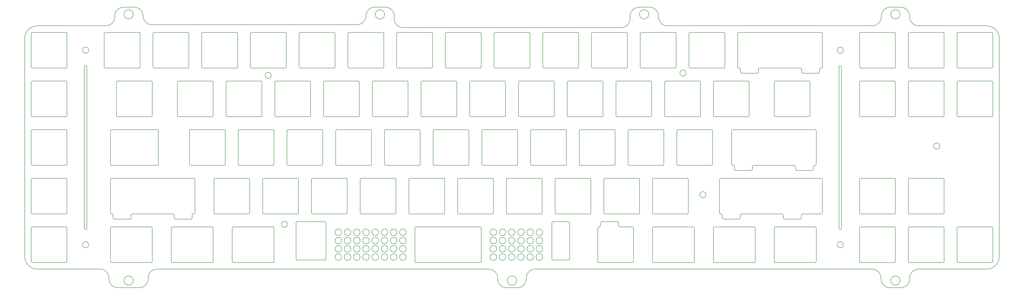
<source format=gbr>
%TF.GenerationSoftware,KiCad,Pcbnew,7.0.5*%
%TF.CreationDate,2023-07-12T22:11:34+02:00*%
%TF.ProjectId,Foundation_ANSI,466f756e-6461-4746-996f-6e5f414e5349,rev?*%
%TF.SameCoordinates,Original*%
%TF.FileFunction,Profile,NP*%
%FSLAX46Y46*%
G04 Gerber Fmt 4.6, Leading zero omitted, Abs format (unit mm)*
G04 Created by KiCad (PCBNEW 7.0.5) date 2023-07-12 22:11:34*
%MOMM*%
%LPD*%
G01*
G04 APERTURE LIST*
%TA.AperFunction,Profile*%
%ADD10C,0.200000*%
%TD*%
%ADD11C,0.200000*%
G04 APERTURE END LIST*
D10*
X107612945Y126340000D02*
G75*
G03*
X107612945Y126340000I-1800000J0D01*
G01*
X9381385Y22040000D02*
G75*
G03*
X9381385Y22040000I-1800000J0D01*
G01*
X159255000Y22040000D02*
G75*
G03*
X159255000Y22040000I-1800000J0D01*
G01*
X9381385Y126340000D02*
G75*
G03*
X9381385Y126340000I-1800000J0D01*
G01*
X-8032500Y36090001D02*
G75*
G03*
X-8032500Y36090001I-1200000J0D01*
G01*
X-8032500Y112290000D02*
G75*
G03*
X-8032500Y112290000I-1200000J0D01*
G01*
X286967500Y36090001D02*
G75*
G03*
X286967500Y36090001I-1200000J0D01*
G01*
X286967500Y112290000D02*
G75*
G03*
X286967500Y112290000I-1200000J0D01*
G01*
X324678930Y74733390D02*
G75*
G03*
X324678930Y74733390I-1200000J0D01*
G01*
X151442804Y31277357D02*
G75*
G03*
X151442804Y31277357I-1287763J0D01*
G01*
X165847778Y31277357D02*
G75*
G03*
X165847778Y31277357I-1287762J0D01*
G01*
X162244039Y34501755D02*
G75*
G03*
X162244039Y34501755I-1287763J0D01*
G01*
X151442804Y37726153D02*
G75*
G03*
X151442804Y37726153I-1287763J0D01*
G01*
X165847778Y37726153D02*
G75*
G03*
X165847778Y37726153I-1287762J0D01*
G01*
X162244039Y40960534D02*
G75*
G03*
X162244039Y40960534I-1287763J0D01*
G01*
X90858056Y31277357D02*
G75*
G03*
X90858056Y31277357I-1287763J0D01*
G01*
X105273013Y31277357D02*
G75*
G03*
X105273013Y31277357I-1287763J0D01*
G01*
X116084231Y34501755D02*
G75*
G03*
X116084231Y34501755I-1287763J0D01*
G01*
X101669274Y34501755D02*
G75*
G03*
X101669274Y34501755I-1287763J0D01*
G01*
X90858056Y37726153D02*
G75*
G03*
X90858056Y37726153I-1287763J0D01*
G01*
X105273013Y37726153D02*
G75*
G03*
X105273013Y37726153I-1287763J0D01*
G01*
X116084231Y40960534D02*
G75*
G03*
X116084231Y40960534I-1287763J0D01*
G01*
X101669274Y40960534D02*
G75*
G03*
X101669274Y40960534I-1287763J0D01*
G01*
X90858056Y40960534D02*
G75*
G03*
X90858056Y40960534I-1287763J0D01*
G01*
X105273013Y40960534D02*
G75*
G03*
X105273013Y40960534I-1287763J0D01*
G01*
X116084231Y37726153D02*
G75*
G03*
X116084231Y37726153I-1287763J0D01*
G01*
X101669274Y37726153D02*
G75*
G03*
X101669274Y37726153I-1287763J0D01*
G01*
X90858056Y34501755D02*
G75*
G03*
X90858056Y34501755I-1287763J0D01*
G01*
X105273013Y34501755D02*
G75*
G03*
X105273013Y34501755I-1287763J0D01*
G01*
X116084231Y31277357D02*
G75*
G03*
X116084231Y31277357I-1287763J0D01*
G01*
X101669274Y31277357D02*
G75*
G03*
X101669274Y31277357I-1287763J0D01*
G01*
X151442804Y40960534D02*
G75*
G03*
X151442804Y40960534I-1287763J0D01*
G01*
X165847778Y40960534D02*
G75*
G03*
X165847778Y40960534I-1287762J0D01*
G01*
X162244039Y37726153D02*
G75*
G03*
X162244039Y37726153I-1287763J0D01*
G01*
X151442804Y34501755D02*
G75*
G03*
X151442804Y34501755I-1287763J0D01*
G01*
X165847778Y34501755D02*
G75*
G03*
X165847778Y34501755I-1287762J0D01*
G01*
X162244039Y31277357D02*
G75*
G03*
X162244039Y31277357I-1287763J0D01*
G01*
X155046543Y31277357D02*
G75*
G03*
X155046543Y31277357I-1287763J0D01*
G01*
X169451518Y31277357D02*
G75*
G03*
X169451518Y31277357I-1287763J0D01*
G01*
X158640300Y34501755D02*
G75*
G03*
X158640300Y34501755I-1287763J0D01*
G01*
X155046543Y37726153D02*
G75*
G03*
X155046543Y37726153I-1287763J0D01*
G01*
X169451518Y37726153D02*
G75*
G03*
X169451518Y37726153I-1287763J0D01*
G01*
X158640300Y40960534D02*
G75*
G03*
X158640300Y40960534I-1287763J0D01*
G01*
X94461795Y31277357D02*
G75*
G03*
X94461795Y31277357I-1287763J0D01*
G01*
X108876752Y31277357D02*
G75*
G03*
X108876752Y31277357I-1287762J0D01*
G01*
X112480492Y34501755D02*
G75*
G03*
X112480492Y34501755I-1287763J0D01*
G01*
X98065535Y34501755D02*
G75*
G03*
X98065535Y34501755I-1287763J0D01*
G01*
X94461795Y37726153D02*
G75*
G03*
X94461795Y37726153I-1287763J0D01*
G01*
X108876752Y37726153D02*
G75*
G03*
X108876752Y37726153I-1287762J0D01*
G01*
X112480492Y40960534D02*
G75*
G03*
X112480492Y40960534I-1287763J0D01*
G01*
X98065535Y40960534D02*
G75*
G03*
X98065535Y40960534I-1287763J0D01*
G01*
X94461795Y40960534D02*
G75*
G03*
X94461795Y40960534I-1287763J0D01*
G01*
X108876752Y40960534D02*
G75*
G03*
X108876752Y40960534I-1287762J0D01*
G01*
X112480492Y37726153D02*
G75*
G03*
X112480492Y37726153I-1287763J0D01*
G01*
X98065535Y37726153D02*
G75*
G03*
X98065535Y37726153I-1287763J0D01*
G01*
X94461795Y34501755D02*
G75*
G03*
X94461795Y34501755I-1287763J0D01*
G01*
X108876752Y34501755D02*
G75*
G03*
X108876752Y34501755I-1287762J0D01*
G01*
X112480492Y31277357D02*
G75*
G03*
X112480492Y31277357I-1287763J0D01*
G01*
X98065535Y31277357D02*
G75*
G03*
X98065535Y31277357I-1287763J0D01*
G01*
X155046543Y40960534D02*
G75*
G03*
X155046543Y40960534I-1287763J0D01*
G01*
X169451518Y40960534D02*
G75*
G03*
X169451518Y40960534I-1287763J0D01*
G01*
X158640300Y37726153D02*
G75*
G03*
X158640300Y37726153I-1287763J0D01*
G01*
X155046543Y34501755D02*
G75*
G03*
X155046543Y34501755I-1287763J0D01*
G01*
X169451518Y34501755D02*
G75*
G03*
X169451518Y34501755I-1287763J0D01*
G01*
X158640300Y31277357D02*
G75*
G03*
X158640300Y31277357I-1287763J0D01*
G01*
X225490473Y103321496D02*
G75*
G03*
X225490473Y103321496I-1200000J0D01*
G01*
X233278040Y55666302D02*
G75*
G03*
X233278040Y55666302I-1200000J0D01*
G01*
X69694800Y44098919D02*
G75*
G03*
X69694800Y44098919I-1200000J0D01*
G01*
X63332775Y102413213D02*
G75*
G03*
X63332775Y102413213I-1200000J0D01*
G01*
X210897055Y126340000D02*
G75*
G03*
X210897055Y126340000I-1800000J0D01*
G01*
X309128615Y22040000D02*
G75*
G03*
X309128615Y22040000I-1800000J0D01*
G01*
X309128615Y126340000D02*
G75*
G03*
X309128615Y126340000I-1800000J0D01*
G01*
X-30520000Y29590000D02*
X-30520000Y42590000D01*
D11*
X-30520000Y42590000D02*
X-30470694Y42806770D01*
X-30338046Y42975824D01*
X-30144957Y43074258D01*
X-30020000Y43090000D01*
D10*
X-30020000Y43090000D02*
X-17020000Y43090000D01*
D11*
X-17020000Y43090000D02*
X-16803229Y43040694D01*
X-16634175Y42908046D01*
X-16535741Y42714957D01*
X-16520000Y42590000D01*
D10*
X-16520000Y42590000D02*
X-16520000Y29590000D01*
D11*
X-16520000Y29590000D02*
X-16569305Y29373229D01*
X-16701953Y29204175D01*
X-16895042Y29105741D01*
X-17020000Y29090000D01*
D10*
X-17020000Y29090000D02*
X-30020000Y29090000D01*
D11*
X-30020000Y29090000D02*
X-30236770Y29139305D01*
X-30405824Y29271953D01*
X-30504258Y29465042D01*
X-30520000Y29590000D01*
D10*
X-30520000Y86740000D02*
X-30520000Y99740000D01*
D11*
X-30520000Y99740000D02*
X-30470694Y99956770D01*
X-30338046Y100125824D01*
X-30144957Y100224258D01*
X-30020000Y100240000D01*
D10*
X-30020000Y100240000D02*
X-17020000Y100240000D01*
D11*
X-17020000Y100240000D02*
X-16803229Y100190694D01*
X-16634175Y100058046D01*
X-16535741Y99864957D01*
X-16520000Y99740000D01*
D10*
X-16520000Y99740000D02*
X-16520000Y86740000D01*
D11*
X-16520000Y86740000D02*
X-16569305Y86523229D01*
X-16701953Y86354175D01*
X-16895042Y86255741D01*
X-17020000Y86240000D01*
D10*
X-17020000Y86240000D02*
X-30020000Y86240000D01*
D11*
X-30020000Y86240000D02*
X-30236770Y86289305D01*
X-30405824Y86421953D01*
X-30504258Y86615042D01*
X-30520000Y86740000D01*
D10*
X-30520000Y67690000D02*
X-30520000Y80690000D01*
D11*
X-30520000Y80690000D02*
X-30470694Y80906770D01*
X-30338046Y81075824D01*
X-30144957Y81174258D01*
X-30020000Y81190000D01*
D10*
X-30020000Y81190000D02*
X-17020000Y81190000D01*
D11*
X-17020000Y81190000D02*
X-16803229Y81140694D01*
X-16634175Y81008046D01*
X-16535741Y80814957D01*
X-16520000Y80690000D01*
D10*
X-16520000Y80690000D02*
X-16520000Y67690000D01*
D11*
X-16520000Y67690000D02*
X-16569305Y67473229D01*
X-16701953Y67304175D01*
X-16895042Y67205741D01*
X-17020000Y67190000D01*
D10*
X-17020000Y67190000D02*
X-30020000Y67190000D01*
D11*
X-30020000Y67190000D02*
X-30236770Y67239305D01*
X-30405824Y67371953D01*
X-30504258Y67565042D01*
X-30520000Y67690000D01*
D10*
X-30520000Y48640000D02*
X-30520000Y61640000D01*
D11*
X-30520000Y61640000D02*
X-30470694Y61856770D01*
X-30338046Y62025824D01*
X-30144957Y62124258D01*
X-30020000Y62140000D01*
D10*
X-30020000Y62140000D02*
X-17020000Y62140000D01*
D11*
X-17020000Y62140000D02*
X-16803229Y62090694D01*
X-16634175Y61958046D01*
X-16535741Y61764957D01*
X-16520000Y61640000D01*
D10*
X-16520000Y61640000D02*
X-16520000Y48640000D01*
D11*
X-16520000Y48640000D02*
X-16569305Y48423229D01*
X-16701953Y48254175D01*
X-16895042Y48155741D01*
X-17020000Y48140000D01*
D10*
X-17020000Y48140000D02*
X-30020000Y48140000D01*
D11*
X-30020000Y48140000D02*
X-30236770Y48189305D01*
X-30405824Y48321953D01*
X-30504258Y48515042D01*
X-30520000Y48640000D01*
D10*
X-30520000Y105790000D02*
X-30520000Y118790000D01*
D11*
X-30520000Y118790000D02*
X-30470694Y119006770D01*
X-30338046Y119175824D01*
X-30144957Y119274258D01*
X-30020000Y119290000D01*
D10*
X-30020000Y119290000D02*
X-17020000Y119290000D01*
D11*
X-17020000Y119290000D02*
X-16803229Y119240694D01*
X-16634175Y119108046D01*
X-16535741Y118914957D01*
X-16520000Y118790000D01*
D10*
X-16520000Y118790000D02*
X-16520000Y105790000D01*
D11*
X-16520000Y105790000D02*
X-16569305Y105573229D01*
X-16701953Y105404175D01*
X-16895042Y105305741D01*
X-17020000Y105290000D01*
D10*
X-17020000Y105290000D02*
X-30020000Y105290000D01*
D11*
X-30020000Y105290000D02*
X-30236770Y105339305D01*
X-30405824Y105471953D01*
X-30504258Y105665042D01*
X-30520000Y105790000D01*
X68705000Y119290000D02*
X68921770Y119240694D01*
X69090824Y119108046D01*
X69189258Y118914957D01*
X69205000Y118790000D01*
D10*
X69205000Y118790000D02*
X69205000Y105790000D01*
D11*
X69205000Y105790000D02*
X69155694Y105573229D01*
X69023046Y105404175D01*
X68829957Y105305741D01*
X68705000Y105290000D01*
D10*
X68705000Y105290000D02*
X55705000Y105290000D01*
D11*
X55705000Y105290000D02*
X55488229Y105339305D01*
X55319175Y105471953D01*
X55220741Y105665042D01*
X55205000Y105790000D01*
D10*
X55205000Y105790000D02*
X55205000Y118790000D01*
D11*
X55205000Y118790000D02*
X55254305Y119006770D01*
X55386953Y119175824D01*
X55580042Y119274258D01*
X55705000Y119290000D01*
D10*
X55705000Y119290000D02*
X68705000Y119290000D01*
D11*
X59180000Y100240000D02*
X59396770Y100190694D01*
X59565824Y100058046D01*
X59664258Y99864957D01*
X59680000Y99740000D01*
D10*
X59680000Y99740000D02*
X59680000Y86740000D01*
D11*
X59680000Y86740000D02*
X59630694Y86523229D01*
X59498046Y86354175D01*
X59304957Y86255741D01*
X59180000Y86240000D01*
D10*
X59180000Y86240000D02*
X46180000Y86240000D01*
D11*
X46180000Y86240000D02*
X45963229Y86289305D01*
X45794175Y86421953D01*
X45695741Y86615042D01*
X45680000Y86740000D01*
D10*
X45680000Y86740000D02*
X45680000Y99740000D01*
D11*
X45680000Y99740000D02*
X45729305Y99956770D01*
X45861953Y100125824D01*
X46055042Y100224258D01*
X46180000Y100240000D01*
D10*
X46180000Y100240000D02*
X59180000Y100240000D01*
D11*
X63942500Y81190000D02*
X64159270Y81140694D01*
X64328324Y81008046D01*
X64426758Y80814957D01*
X64442500Y80690000D01*
D10*
X64442500Y80690000D02*
X64442500Y67690000D01*
D11*
X64442500Y67690000D02*
X64393194Y67473229D01*
X64260546Y67304175D01*
X64067457Y67205741D01*
X63942500Y67190000D01*
D10*
X63942500Y67190000D02*
X50942500Y67190000D01*
D11*
X50942500Y67190000D02*
X50725729Y67239305D01*
X50556675Y67371953D01*
X50458241Y67565042D01*
X50442500Y67690000D01*
D10*
X50442500Y67690000D02*
X50442500Y80690000D01*
D11*
X50442500Y80690000D02*
X50491805Y80906770D01*
X50624453Y81075824D01*
X50817542Y81174258D01*
X50942500Y81190000D01*
D10*
X50942500Y81190000D02*
X63942500Y81190000D01*
D11*
X63942500Y43090000D02*
X64159270Y43040694D01*
X64328324Y42908046D01*
X64426758Y42714957D01*
X64442500Y42590000D01*
D10*
X64442500Y42590000D02*
X64442500Y29590000D01*
D11*
X64442500Y29590000D02*
X64393194Y29373229D01*
X64260546Y29204175D01*
X64067457Y29105741D01*
X63942500Y29090000D01*
D10*
X63942500Y29090000D02*
X48561250Y29090000D01*
D11*
X48561250Y29090000D02*
X48344479Y29139305D01*
X48175425Y29271953D01*
X48076991Y29465042D01*
X48061250Y29590000D01*
D10*
X48061250Y29590000D02*
X48061250Y42590000D01*
D11*
X48061250Y42590000D02*
X48110555Y42806770D01*
X48243203Y42975824D01*
X48436292Y43074258D01*
X48561250Y43090000D01*
D10*
X48561250Y43090000D02*
X63942500Y43090000D01*
X436250Y29590000D02*
X436250Y42590000D01*
D11*
X436250Y42590000D02*
X485555Y42806770D01*
X618203Y42975824D01*
X811292Y43074258D01*
X936250Y43090000D01*
D10*
X936250Y43090000D02*
X16317500Y43090000D01*
D11*
X16317500Y43090000D02*
X16534270Y43040694D01*
X16703324Y42908046D01*
X16801758Y42714957D01*
X16817500Y42590000D01*
D10*
X16817500Y42590000D02*
X16817500Y29590000D01*
D11*
X16817500Y29590000D02*
X16768194Y29373229D01*
X16635546Y29204175D01*
X16442457Y29105741D01*
X16317500Y29090000D01*
D10*
X16317500Y29090000D02*
X936250Y29090000D01*
D11*
X936250Y29090000D02*
X719479Y29139305D01*
X550425Y29271953D01*
X451991Y29465042D01*
X436250Y29590000D01*
D10*
X24248750Y29590000D02*
X24248750Y42590000D01*
D11*
X24248750Y42590000D02*
X24298055Y42806770D01*
X24430703Y42975824D01*
X24623792Y43074258D01*
X24748750Y43090000D01*
D10*
X24748750Y43090000D02*
X40130000Y43090000D01*
D11*
X40130000Y43090000D02*
X40346770Y43040694D01*
X40515824Y42908046D01*
X40614258Y42714957D01*
X40630000Y42590000D01*
D10*
X40630000Y42590000D02*
X40630000Y29590000D01*
D11*
X40630000Y29590000D02*
X40580694Y29373229D01*
X40448046Y29204175D01*
X40254957Y29105741D01*
X40130000Y29090000D01*
D10*
X40130000Y29090000D02*
X24748750Y29090000D01*
D11*
X24748750Y29090000D02*
X24531979Y29139305D01*
X24362925Y29271953D01*
X24264491Y29465042D01*
X24248750Y29590000D01*
D10*
X26630000Y86740000D02*
X26630000Y99740000D01*
D11*
X26630000Y99740000D02*
X26679305Y99956770D01*
X26811953Y100125824D01*
X27005042Y100224258D01*
X27130000Y100240000D01*
D10*
X27130000Y100240000D02*
X40130000Y100240000D01*
D11*
X40130000Y100240000D02*
X40346770Y100190694D01*
X40515824Y100058046D01*
X40614258Y99864957D01*
X40630000Y99740000D01*
D10*
X40630000Y99740000D02*
X40630000Y86740000D01*
D11*
X40630000Y86740000D02*
X40580694Y86523229D01*
X40448046Y86354175D01*
X40254957Y86255741D01*
X40130000Y86240000D01*
D10*
X40130000Y86240000D02*
X27130000Y86240000D01*
D11*
X27130000Y86240000D02*
X26913229Y86289305D01*
X26744175Y86421953D01*
X26645741Y86615042D01*
X26630000Y86740000D01*
D10*
X2817500Y86740000D02*
X2817500Y99740000D01*
D11*
X2817500Y99740000D02*
X2866805Y99956770D01*
X2999453Y100125824D01*
X3192542Y100224258D01*
X3317500Y100240000D01*
D10*
X3317500Y100240000D02*
X16317500Y100240000D01*
D11*
X16317500Y100240000D02*
X16534270Y100190694D01*
X16703324Y100058046D01*
X16801758Y99864957D01*
X16817500Y99740000D01*
D10*
X16817500Y99740000D02*
X16817500Y86740000D01*
D11*
X16817500Y86740000D02*
X16768194Y86523229D01*
X16635546Y86354175D01*
X16442457Y86255741D01*
X16317500Y86240000D01*
D10*
X16317500Y86240000D02*
X3317500Y86240000D01*
D11*
X3317500Y86240000D02*
X3100729Y86289305D01*
X2931675Y86421953D01*
X2833241Y86615042D01*
X2817500Y86740000D01*
D10*
X436250Y67690000D02*
X436250Y80690000D01*
D11*
X436250Y80690000D02*
X485555Y80906770D01*
X618203Y81075824D01*
X811292Y81174258D01*
X936250Y81190000D01*
D10*
X936250Y81190000D02*
X18698750Y81190000D01*
D11*
X18698750Y81190000D02*
X18915520Y81140694D01*
X19084574Y81008046D01*
X19183008Y80814957D01*
X19198750Y80690000D01*
D10*
X19198750Y80690000D02*
X19198750Y67690000D01*
D11*
X19198750Y67690000D02*
X19149444Y67473229D01*
X19016796Y67304175D01*
X18823707Y67205741D01*
X18698750Y67190000D01*
D10*
X18698750Y67190000D02*
X936250Y67190000D01*
D11*
X936250Y67190000D02*
X719479Y67239305D01*
X550425Y67371953D01*
X451991Y67565042D01*
X436250Y67690000D01*
D10*
X31392500Y67690000D02*
X31392500Y80690000D01*
D11*
X31392500Y80690000D02*
X31441805Y80906770D01*
X31574453Y81075824D01*
X31767542Y81174258D01*
X31892500Y81190000D01*
D10*
X31892500Y81190000D02*
X44892500Y81190000D01*
D11*
X44892500Y81190000D02*
X45109270Y81140694D01*
X45278324Y81008046D01*
X45376758Y80814957D01*
X45392500Y80690000D01*
D10*
X45392500Y80690000D02*
X45392500Y67690000D01*
D11*
X45392500Y67690000D02*
X45343194Y67473229D01*
X45210546Y67304175D01*
X45017457Y67205741D01*
X44892500Y67190000D01*
D10*
X44892500Y67190000D02*
X31892500Y67190000D01*
D11*
X31892500Y67190000D02*
X31675729Y67239305D01*
X31506675Y67371953D01*
X31408241Y67565042D01*
X31392500Y67690000D01*
D10*
X40917500Y48640000D02*
X40917500Y61640000D01*
D11*
X40917500Y61640000D02*
X40966805Y61856770D01*
X41099453Y62025824D01*
X41292542Y62124258D01*
X41417500Y62140000D01*
D10*
X41417500Y62140000D02*
X54417500Y62140000D01*
D11*
X54417500Y62140000D02*
X54634270Y62090694D01*
X54803324Y61958046D01*
X54901758Y61764957D01*
X54917500Y61640000D01*
D10*
X54917500Y61640000D02*
X54917500Y48640000D01*
D11*
X54917500Y48640000D02*
X54868194Y48423229D01*
X54735546Y48254175D01*
X54542457Y48155741D01*
X54417500Y48140000D01*
D10*
X54417500Y48140000D02*
X41417500Y48140000D01*
D11*
X41417500Y48140000D02*
X41200729Y48189305D01*
X41031675Y48321953D01*
X40933241Y48515042D01*
X40917500Y48640000D01*
D10*
X17105000Y105790000D02*
X17105000Y118790000D01*
D11*
X17105000Y118790000D02*
X17154305Y119006770D01*
X17286953Y119175824D01*
X17480042Y119274258D01*
X17605000Y119290000D01*
D10*
X17605000Y119290000D02*
X30605000Y119290000D01*
D11*
X30605000Y119290000D02*
X30821770Y119240694D01*
X30990824Y119108046D01*
X31089258Y118914957D01*
X31105000Y118790000D01*
D10*
X31105000Y118790000D02*
X31105000Y105790000D01*
D11*
X31105000Y105790000D02*
X31055694Y105573229D01*
X30923046Y105404175D01*
X30729957Y105305741D01*
X30605000Y105290000D01*
D10*
X30605000Y105290000D02*
X17605000Y105290000D01*
D11*
X17605000Y105290000D02*
X17388229Y105339305D01*
X17219175Y105471953D01*
X17120741Y105665042D01*
X17105000Y105790000D01*
D10*
X36155000Y105790000D02*
X36155000Y118790000D01*
D11*
X36155000Y118790000D02*
X36204305Y119006770D01*
X36336953Y119175824D01*
X36530042Y119274258D01*
X36655000Y119290000D01*
D10*
X36655000Y119290000D02*
X49655000Y119290000D01*
D11*
X49655000Y119290000D02*
X49871770Y119240694D01*
X50040824Y119108046D01*
X50139258Y118914957D01*
X50155000Y118790000D01*
D10*
X50155000Y118790000D02*
X50155000Y105790000D01*
D11*
X50155000Y105790000D02*
X50105694Y105573229D01*
X49973046Y105404175D01*
X49779957Y105305741D01*
X49655000Y105290000D01*
D10*
X49655000Y105290000D02*
X36655000Y105290000D01*
D11*
X36655000Y105290000D02*
X36438229Y105339305D01*
X36269175Y105471953D01*
X36170741Y105665042D01*
X36155000Y105790000D01*
D10*
X-1945000Y105790000D02*
X-1945000Y118790000D01*
D11*
X-1945000Y118790000D02*
X-1895694Y119006770D01*
X-1763046Y119175824D01*
X-1569957Y119274258D01*
X-1445000Y119290000D01*
D10*
X-1445000Y119290000D02*
X11555000Y119290000D01*
D11*
X11555000Y119290000D02*
X11771770Y119240694D01*
X11940824Y119108046D01*
X12039258Y118914957D01*
X12055000Y118790000D01*
D10*
X12055000Y118790000D02*
X12055000Y105790000D01*
D11*
X12055000Y105790000D02*
X12005694Y105573229D01*
X11873046Y105404175D01*
X11679957Y105305741D01*
X11555000Y105290000D01*
D10*
X11555000Y105290000D02*
X-1445000Y105290000D01*
D11*
X-1445000Y105290000D02*
X-1661770Y105339305D01*
X-1830824Y105471953D01*
X-1929258Y105665042D01*
X-1945000Y105790000D01*
D10*
X33486503Y61640003D02*
G75*
G03*
X32986503Y62140003I-499998J2D01*
G01*
X33486503Y61640003D02*
X33486503Y48639997D01*
X32986503Y48139997D02*
G75*
G03*
X33486503Y48639997I2J499998D01*
G01*
X32986503Y48139997D02*
X32986261Y48139997D01*
D11*
X32399261Y47552996D02*
X32434880Y47754826D01*
X32551753Y47947682D01*
X32731772Y48082112D01*
X32926243Y48136966D01*
X32986261Y48139997D01*
D10*
X32399261Y47552996D02*
X32399261Y46640002D01*
D11*
X31899249Y46139989D02*
X32116024Y46189295D01*
X32285082Y46321947D01*
X32383519Y46515041D01*
X32399261Y46640002D01*
D10*
X31899249Y46139989D02*
X25899270Y46139989D01*
D11*
X25399258Y46640002D02*
X25448564Y46423225D01*
X25581215Y46254167D01*
X25774309Y46155730D01*
X25899270Y46139989D01*
D10*
X25399258Y46640002D02*
X25399258Y47552996D01*
D11*
X24812258Y48139997D02*
X25014088Y48104377D01*
X25206943Y47987504D01*
X25341373Y47807485D01*
X25396227Y47613013D01*
X25399258Y47552996D01*
D10*
X24812258Y48139997D02*
X9110264Y48139997D01*
D11*
X8523264Y47552996D02*
X8558883Y47754826D01*
X8675756Y47947682D01*
X8855775Y48082112D01*
X9050246Y48136966D01*
X9110264Y48139997D01*
D10*
X8523264Y47552996D02*
X8523264Y46640002D01*
D11*
X8023251Y46139989D02*
X8240027Y46189295D01*
X8409085Y46321947D01*
X8507522Y46515041D01*
X8523264Y46640002D01*
D10*
X8023251Y46139989D02*
X2023273Y46139989D01*
D11*
X1523260Y46640002D02*
X1572566Y46423225D01*
X1705218Y46254167D01*
X1898312Y46155730D01*
X2023273Y46139989D01*
D10*
X1523260Y46640002D02*
X1523260Y47552996D01*
D11*
X936260Y48139997D02*
X1138090Y48104377D01*
X1330945Y47987504D01*
X1465375Y47807485D01*
X1520229Y47613013D01*
X1523260Y47552996D01*
X436247Y48640009D02*
X485553Y48423233D01*
X618204Y48254175D01*
X811298Y48155738D01*
X936259Y48139997D01*
D10*
X436247Y48640009D02*
X436247Y61639991D01*
D11*
X936259Y62140003D02*
X719483Y62090696D01*
X550425Y61958045D01*
X451988Y61764951D01*
X436247Y61639991D01*
D10*
X936259Y62140003D02*
X32986503Y62140003D01*
X-9732500Y42590001D02*
G75*
G03*
X-8732500Y42590001I500000J0D01*
G01*
X-9732500Y42590001D02*
X-9732500Y105790000D01*
X-8732500Y105790000D02*
G75*
G03*
X-9732500Y105790000I-500000J0D01*
G01*
X-8732500Y105790000D02*
X-8732500Y42590001D01*
D11*
X240155000Y119290000D02*
X240371770Y119240694D01*
X240540824Y119108046D01*
X240639258Y118914957D01*
X240655000Y118790000D01*
D10*
X240655000Y118790000D02*
X240655000Y105790000D01*
D11*
X240655000Y105790000D02*
X240605694Y105573229D01*
X240473046Y105404175D01*
X240279957Y105305741D01*
X240155000Y105290000D01*
D10*
X240155000Y105290000D02*
X227155000Y105290000D01*
D11*
X227155000Y105290000D02*
X226938229Y105339305D01*
X226769175Y105471953D01*
X226670741Y105665042D01*
X226655000Y105790000D01*
D10*
X226655000Y105790000D02*
X226655000Y118790000D01*
D11*
X226655000Y118790000D02*
X226704305Y119006770D01*
X226836953Y119175824D01*
X227030042Y119274258D01*
X227155000Y119290000D01*
D10*
X227155000Y119290000D02*
X240155000Y119290000D01*
D11*
X249680000Y100240000D02*
X249896770Y100190694D01*
X250065824Y100058046D01*
X250164258Y99864957D01*
X250180000Y99740000D01*
D10*
X250180000Y99740000D02*
X250180000Y86740000D01*
D11*
X250180000Y86740000D02*
X250130694Y86523229D01*
X249998046Y86354175D01*
X249804957Y86255741D01*
X249680000Y86240000D01*
D10*
X249680000Y86240000D02*
X236680000Y86240000D01*
D11*
X236680000Y86240000D02*
X236463229Y86289305D01*
X236294175Y86421953D01*
X236195741Y86615042D01*
X236180000Y86740000D01*
D10*
X236180000Y86740000D02*
X236180000Y99740000D01*
D11*
X236180000Y99740000D02*
X236229305Y99956770D01*
X236361953Y100125824D01*
X236555042Y100224258D01*
X236680000Y100240000D01*
D10*
X236680000Y100240000D02*
X249680000Y100240000D01*
X286267500Y105790000D02*
G75*
G03*
X285267500Y105790000I-500000J0D01*
G01*
X286267500Y105790000D02*
X286267500Y42590001D01*
X285267500Y42590001D02*
G75*
G03*
X286267500Y42590001I500000J0D01*
G01*
X285267500Y42590001D02*
X285267500Y105790000D01*
X293330000Y48640000D02*
X293330000Y61640000D01*
D11*
X293830000Y62140000D02*
X293613229Y62090694D01*
X293444175Y61958046D01*
X293345741Y61764957D01*
X293330000Y61640000D01*
D10*
X293830000Y62140000D02*
X306830000Y62140000D01*
D11*
X307330000Y61640000D02*
X307280694Y61856770D01*
X307148046Y62025824D01*
X306954957Y62124258D01*
X306830000Y62140000D01*
D10*
X307330000Y61640000D02*
X307330000Y48640000D01*
D11*
X306830000Y48140000D02*
X307046770Y48189305D01*
X307215824Y48321953D01*
X307314258Y48515042D01*
X307330000Y48640000D01*
D10*
X306830000Y48140000D02*
X293830000Y48140000D01*
D11*
X293330000Y48640000D02*
X293379305Y48423229D01*
X293511953Y48254175D01*
X293705042Y48155741D01*
X293830000Y48140000D01*
D10*
X243323514Y67689997D02*
G75*
G03*
X243823496Y67189997I499997J-3D01*
G01*
X243323496Y67689997D02*
X243323496Y80690003D01*
X243823496Y81190009D02*
G75*
G03*
X243323496Y80690003I15J-500015D01*
G01*
X243823496Y81190003D02*
X275873753Y81190003D01*
X276373720Y80690003D02*
G75*
G03*
X275873753Y81190003I-500009J-9D01*
G01*
X276373753Y80690003D02*
X276373753Y67690009D01*
D11*
X275873741Y67189997D02*
X276090516Y67239303D01*
X276259574Y67371954D01*
X276358011Y67565048D01*
X276373753Y67690009D01*
X275286739Y66602997D02*
X275322358Y66804827D01*
X275439231Y66997682D01*
X275619250Y67132112D01*
X275813721Y67186966D01*
X275873739Y67189997D01*
D10*
X275286739Y66602997D02*
X275286739Y65689981D01*
D11*
X274786748Y65189989D02*
X275003515Y65239293D01*
X275172565Y65371939D01*
X275270997Y65565025D01*
X275286739Y65689981D01*
D10*
X274786748Y65189989D02*
X268786770Y65189989D01*
D11*
X268286758Y65690002D02*
X268336064Y65473225D01*
X268468715Y65304167D01*
X268661809Y65205730D01*
X268786770Y65189989D01*
D10*
X268286758Y65690002D02*
X268286758Y66602997D01*
D11*
X267699758Y67189997D02*
X267901588Y67154377D01*
X268094443Y67037504D01*
X268228873Y66857485D01*
X268283727Y66663014D01*
X268286758Y66602997D01*
D10*
X267699758Y67189997D02*
X251997742Y67189997D01*
D11*
X251410742Y66602997D02*
X251446361Y66804827D01*
X251563234Y66997682D01*
X251743253Y67132112D01*
X251937724Y67186966D01*
X251997742Y67189997D01*
D10*
X251410742Y66602997D02*
X251410742Y65689981D01*
D11*
X250910751Y65189989D02*
X251127517Y65239293D01*
X251296568Y65371939D01*
X251395000Y65565025D01*
X251410742Y65689981D01*
D10*
X250910751Y65189989D02*
X244910773Y65189989D01*
D11*
X244410760Y65690002D02*
X244460066Y65473225D01*
X244592718Y65304167D01*
X244785811Y65205730D01*
X244910773Y65189989D01*
D10*
X244410760Y65690002D02*
X244410760Y66602997D01*
D11*
X243823760Y67189997D02*
X244025590Y67154377D01*
X244218445Y67037504D01*
X244352875Y66857485D01*
X244407729Y66663014D01*
X244410760Y66602997D01*
D10*
X243823760Y67189997D02*
X243823496Y67189997D01*
X273992720Y99740003D02*
G75*
G03*
X273492753Y100240003I-500009J-9D01*
G01*
X273992753Y99740003D02*
X273992753Y86739997D01*
X273492753Y86239952D02*
G75*
G03*
X273992753Y86739997I-42J500042D01*
G01*
X273492753Y86239997D02*
X260492496Y86239997D01*
D11*
X259992496Y86739997D02*
X260041801Y86523226D01*
X260174449Y86354172D01*
X260367538Y86255738D01*
X260492496Y86239997D01*
D10*
X259992496Y86739997D02*
X259992496Y99739991D01*
D11*
X260492509Y100240003D02*
X260275732Y100190696D01*
X260106674Y100058045D01*
X260008237Y99864951D01*
X259992496Y99739991D01*
D10*
X260492509Y100240003D02*
X273492753Y100240003D01*
D11*
X278254991Y105289997D02*
X278471766Y105339303D01*
X278640824Y105471954D01*
X278739261Y105665048D01*
X278755003Y105790009D01*
X277667989Y104702997D02*
X277703608Y104904827D01*
X277820481Y105097682D01*
X278000500Y105232112D01*
X278194971Y105286966D01*
X278254989Y105289997D01*
D10*
X277667989Y104702997D02*
X277667989Y103789980D01*
D11*
X277167998Y103289989D02*
X277384765Y103339293D01*
X277553815Y103471939D01*
X277652247Y103665024D01*
X277667989Y103789980D01*
D10*
X277167998Y103289989D02*
X271168020Y103289989D01*
D11*
X270668008Y103790002D02*
X270717314Y103573225D01*
X270849965Y103404167D01*
X271043059Y103305730D01*
X271168020Y103289989D01*
D10*
X270668008Y103790002D02*
X270668008Y104702997D01*
D11*
X270081008Y105289997D02*
X270282838Y105254377D01*
X270475693Y105137504D01*
X270610123Y104957485D01*
X270664977Y104763014D01*
X270668008Y104702997D01*
D10*
X270081008Y105289997D02*
X254378992Y105289997D01*
D11*
X253791992Y104702997D02*
X253827611Y104904827D01*
X253944484Y105097682D01*
X254124503Y105232112D01*
X254318974Y105286966D01*
X254378992Y105289997D01*
D10*
X253791992Y104702997D02*
X253791992Y103789980D01*
D11*
X253292001Y103289989D02*
X253508767Y103339293D01*
X253677818Y103471939D01*
X253776250Y103665024D01*
X253791992Y103789980D01*
D10*
X253292001Y103289989D02*
X247292023Y103289989D01*
D11*
X246792010Y103790002D02*
X246841316Y103573225D01*
X246973968Y103404167D01*
X247167061Y103305730D01*
X247292023Y103289989D01*
D10*
X246792010Y103790002D02*
X246792010Y104702997D01*
D11*
X246205010Y105289997D02*
X246406840Y105254377D01*
X246599695Y105137504D01*
X246734125Y104957485D01*
X246788979Y104763014D01*
X246792010Y104702997D01*
X245704996Y105790009D02*
X245754302Y105573233D01*
X245886954Y105404175D01*
X246080048Y105305738D01*
X246205009Y105289997D01*
D10*
X245704996Y105790009D02*
X245704996Y118789991D01*
D11*
X246205009Y119290003D02*
X245988232Y119240696D01*
X245819174Y119108045D01*
X245720737Y118914951D01*
X245704996Y118789991D01*
D10*
X246205009Y119290003D02*
X278254991Y119290003D01*
D11*
X278755003Y118789991D02*
X278705696Y119006766D01*
X278573045Y119175824D01*
X278379951Y119274261D01*
X278254991Y119290003D01*
D10*
X278755003Y118789991D02*
X278755003Y105790009D01*
X275873750Y29090000D02*
X260492500Y29090000D01*
D11*
X259992500Y29590000D02*
X260041805Y29373229D01*
X260174453Y29204175D01*
X260367542Y29105741D01*
X260492500Y29090000D01*
D10*
X259992500Y29590000D02*
X259992500Y42590000D01*
D11*
X260492500Y43090000D02*
X260275729Y43040694D01*
X260106675Y42908046D01*
X260008241Y42714957D01*
X259992500Y42590000D01*
D10*
X260492500Y43090000D02*
X275873750Y43090000D01*
D11*
X276373750Y42590000D02*
X276324444Y42806770D01*
X276191796Y42975824D01*
X275998707Y43074258D01*
X275873750Y43090000D01*
D10*
X276373750Y42590000D02*
X276373750Y29590000D01*
D11*
X275873750Y29090000D02*
X276090520Y29139305D01*
X276259574Y29271953D01*
X276358008Y29465042D01*
X276373750Y29590000D01*
D10*
X312380000Y105790000D02*
X312380000Y118790000D01*
D11*
X312380000Y118790000D02*
X312429305Y119006770D01*
X312561953Y119175824D01*
X312755042Y119274258D01*
X312880000Y119290000D01*
D10*
X312880000Y119290000D02*
X325880000Y119290000D01*
D11*
X325880000Y119290000D02*
X326096770Y119240694D01*
X326265824Y119108046D01*
X326364258Y118914957D01*
X326380000Y118790000D01*
D10*
X326380000Y118790000D02*
X326380000Y105790000D01*
D11*
X326380000Y105790000D02*
X326330694Y105573229D01*
X326198046Y105404175D01*
X326004957Y105305741D01*
X325880000Y105290000D01*
D10*
X325880000Y105290000D02*
X312880000Y105290000D01*
D11*
X312880000Y105290000D02*
X312663229Y105339305D01*
X312494175Y105471953D01*
X312395741Y105665042D01*
X312380000Y105790000D01*
D10*
X293330000Y105790000D02*
X293330000Y118790000D01*
D11*
X293330000Y118790000D02*
X293379305Y119006770D01*
X293511953Y119175824D01*
X293705042Y119274258D01*
X293830000Y119290000D01*
D10*
X293830000Y119290000D02*
X306830000Y119290000D01*
D11*
X306830000Y119290000D02*
X307046770Y119240694D01*
X307215824Y119108046D01*
X307314258Y118914957D01*
X307330000Y118790000D01*
D10*
X307330000Y118790000D02*
X307330000Y105790000D01*
D11*
X307330000Y105790000D02*
X307280694Y105573229D01*
X307148046Y105404175D01*
X306954957Y105305741D01*
X306830000Y105290000D01*
D10*
X306830000Y105290000D02*
X293830000Y105290000D01*
D11*
X293830000Y105290000D02*
X293613229Y105339305D01*
X293444175Y105471953D01*
X293345741Y105665042D01*
X293330000Y105790000D01*
D10*
X331430000Y105790000D02*
X331430000Y118790000D01*
D11*
X331430000Y118790000D02*
X331479305Y119006770D01*
X331611953Y119175824D01*
X331805042Y119274258D01*
X331930000Y119290000D01*
D10*
X331930000Y119290000D02*
X344930000Y119290000D01*
D11*
X344930000Y119290000D02*
X345146770Y119240694D01*
X345315824Y119108046D01*
X345414258Y118914957D01*
X345430000Y118790000D01*
D10*
X345430000Y118790000D02*
X345430000Y105790000D01*
D11*
X345430000Y105790000D02*
X345380694Y105573229D01*
X345248046Y105404175D01*
X345054957Y105305741D01*
X344930000Y105290000D01*
D10*
X344930000Y105290000D02*
X331930000Y105290000D01*
D11*
X331930000Y105290000D02*
X331713229Y105339305D01*
X331544175Y105471953D01*
X331445741Y105665042D01*
X331430000Y105790000D01*
D10*
X312380000Y86740000D02*
X312380000Y99740000D01*
D11*
X312380000Y99740000D02*
X312429305Y99956770D01*
X312561953Y100125824D01*
X312755042Y100224258D01*
X312880000Y100240000D01*
D10*
X312880000Y100240000D02*
X325880000Y100240000D01*
D11*
X325880000Y100240000D02*
X326096770Y100190694D01*
X326265824Y100058046D01*
X326364258Y99864957D01*
X326380000Y99740000D01*
D10*
X326380000Y99740000D02*
X326380000Y86740000D01*
D11*
X326380000Y86740000D02*
X326330694Y86523229D01*
X326198046Y86354175D01*
X326004957Y86255741D01*
X325880000Y86240000D01*
D10*
X325880000Y86240000D02*
X312880000Y86240000D01*
D11*
X312880000Y86240000D02*
X312663229Y86289305D01*
X312494175Y86421953D01*
X312395741Y86615042D01*
X312380000Y86740000D01*
D10*
X293330000Y86740000D02*
X293330000Y99740000D01*
D11*
X293330000Y99740000D02*
X293379305Y99956770D01*
X293511953Y100125824D01*
X293705042Y100224258D01*
X293830000Y100240000D01*
D10*
X293830000Y100240000D02*
X306830000Y100240000D01*
D11*
X306830000Y100240000D02*
X307046770Y100190694D01*
X307215824Y100058046D01*
X307314258Y99864957D01*
X307330000Y99740000D01*
D10*
X307330000Y99740000D02*
X307330000Y86740000D01*
D11*
X307330000Y86740000D02*
X307280694Y86523229D01*
X307148046Y86354175D01*
X306954957Y86255741D01*
X306830000Y86240000D01*
D10*
X306830000Y86240000D02*
X293830000Y86240000D01*
D11*
X293830000Y86240000D02*
X293613229Y86289305D01*
X293444175Y86421953D01*
X293345741Y86615042D01*
X293330000Y86740000D01*
D10*
X331430000Y86740000D02*
X331430000Y99740000D01*
D11*
X331430000Y99740000D02*
X331479305Y99956770D01*
X331611953Y100125824D01*
X331805042Y100224258D01*
X331930000Y100240000D01*
D10*
X331930000Y100240000D02*
X344930000Y100240000D01*
D11*
X344930000Y100240000D02*
X345146770Y100190694D01*
X345315824Y100058046D01*
X345414258Y99864957D01*
X345430000Y99740000D01*
D10*
X345430000Y99740000D02*
X345430000Y86740000D01*
D11*
X345430000Y86740000D02*
X345380694Y86523229D01*
X345248046Y86354175D01*
X345054957Y86255741D01*
X344930000Y86240000D01*
D10*
X344930000Y86240000D02*
X331930000Y86240000D01*
D11*
X331930000Y86240000D02*
X331713229Y86289305D01*
X331544175Y86421953D01*
X331445741Y86615042D01*
X331430000Y86740000D01*
D10*
X293330000Y29590000D02*
X293330000Y42590000D01*
D11*
X293330000Y42590000D02*
X293379305Y42806770D01*
X293511953Y42975824D01*
X293705042Y43074258D01*
X293830000Y43090000D01*
D10*
X293830000Y43090000D02*
X306830000Y43090000D01*
D11*
X306830000Y43090000D02*
X307046770Y43040694D01*
X307215824Y42908046D01*
X307314258Y42714957D01*
X307330000Y42590000D01*
D10*
X307330000Y42590000D02*
X307330000Y29590000D01*
D11*
X307330000Y29590000D02*
X307280694Y29373229D01*
X307148046Y29204175D01*
X306954957Y29105741D01*
X306830000Y29090000D01*
D10*
X306830000Y29090000D02*
X293830000Y29090000D01*
D11*
X293830000Y29090000D02*
X293613229Y29139305D01*
X293444175Y29271953D01*
X293345741Y29465042D01*
X293330000Y29590000D01*
D10*
X312380000Y29590000D02*
X312380000Y42590000D01*
D11*
X312380000Y42590000D02*
X312429305Y42806770D01*
X312561953Y42975824D01*
X312755042Y43074258D01*
X312880000Y43090000D01*
D10*
X312880000Y43090000D02*
X325880000Y43090000D01*
D11*
X325880000Y43090000D02*
X326096770Y43040694D01*
X326265824Y42908046D01*
X326364258Y42714957D01*
X326380000Y42590000D01*
D10*
X326380000Y42590000D02*
X326380000Y29590000D01*
D11*
X326380000Y29590000D02*
X326330694Y29373229D01*
X326198046Y29204175D01*
X326004957Y29105741D01*
X325880000Y29090000D01*
D10*
X325880000Y29090000D02*
X312880000Y29090000D01*
D11*
X312880000Y29090000D02*
X312663229Y29139305D01*
X312494175Y29271953D01*
X312395741Y29465042D01*
X312380000Y29590000D01*
D10*
X331430000Y29590000D02*
X331430000Y42590000D01*
D11*
X331430000Y42590000D02*
X331479305Y42806770D01*
X331611953Y42975824D01*
X331805042Y43074258D01*
X331930000Y43090000D01*
D10*
X331930000Y43090000D02*
X344930000Y43090000D01*
D11*
X344930000Y43090000D02*
X345146770Y43040694D01*
X345315824Y42908046D01*
X345414258Y42714957D01*
X345430000Y42590000D01*
D10*
X345430000Y42590000D02*
X345430000Y29590000D01*
D11*
X345430000Y29590000D02*
X345380694Y29373229D01*
X345248046Y29204175D01*
X345054957Y29105741D01*
X344930000Y29090000D01*
D10*
X344930000Y29090000D02*
X331930000Y29090000D01*
D11*
X331930000Y29090000D02*
X331713229Y29139305D01*
X331544175Y29271953D01*
X331445741Y29465042D01*
X331430000Y29590000D01*
D10*
X312380000Y48640000D02*
X312380000Y61640000D01*
D11*
X312380000Y61640000D02*
X312429305Y61856770D01*
X312561953Y62025824D01*
X312755042Y62124258D01*
X312880000Y62140000D01*
D10*
X312880000Y62140000D02*
X325880000Y62140000D01*
D11*
X325880000Y62140000D02*
X326096770Y62090694D01*
X326265824Y61958046D01*
X326364258Y61764957D01*
X326380000Y61640000D01*
D10*
X326380000Y61640000D02*
X326380000Y48640000D01*
D11*
X326380000Y48640000D02*
X326330694Y48423229D01*
X326198046Y48254175D01*
X326004957Y48155741D01*
X325880000Y48140000D01*
D10*
X325880000Y48140000D02*
X312880000Y48140000D01*
D11*
X312880000Y48140000D02*
X312663229Y48189305D01*
X312494175Y48321953D01*
X312395741Y48515042D01*
X312380000Y48640000D01*
X252561250Y42590000D02*
X252511944Y42806770D01*
X252379296Y42975824D01*
X252186207Y43074258D01*
X252061250Y43090000D01*
D10*
X252561250Y42590000D02*
X252561250Y29590000D01*
D11*
X252061250Y29090000D02*
X252278020Y29139305D01*
X252447074Y29271953D01*
X252545508Y29465042D01*
X252561250Y29590000D01*
D10*
X252061250Y29090000D02*
X236680000Y29090000D01*
D11*
X236180000Y29590000D02*
X236229305Y29373229D01*
X236361953Y29204175D01*
X236555042Y29105741D01*
X236680000Y29090000D01*
D10*
X236180000Y29590000D02*
X236180000Y42590000D01*
D11*
X236680000Y43090000D02*
X236463229Y43040694D01*
X236294175Y42908046D01*
X236195741Y42714957D01*
X236180000Y42590000D01*
D10*
X236680000Y43090000D02*
X252061250Y43090000D01*
D11*
X204436241Y29089997D02*
X204653016Y29139303D01*
X204822074Y29271954D01*
X204920511Y29465048D01*
X204936253Y29590009D01*
D10*
X204436241Y29089997D02*
X191436259Y29089997D01*
D11*
X190936246Y29590009D02*
X190985552Y29373233D01*
X191118204Y29204175D01*
X191311298Y29105738D01*
X191436259Y29089997D01*
D10*
X190936246Y29590009D02*
X190936246Y42589991D01*
D11*
X191436259Y43090003D02*
X191219482Y43040696D01*
X191050424Y42908045D01*
X190951987Y42714951D01*
X190936246Y42589991D01*
D10*
X191436259Y43090003D02*
X191467998Y43090003D01*
D11*
X192054998Y43677003D02*
X192019378Y43475172D01*
X191902505Y43282317D01*
X191722486Y43147887D01*
X191528015Y43093033D01*
X191467998Y43090003D01*
D10*
X192054998Y43677003D02*
X192054998Y44590020D01*
D11*
X192554989Y45090011D02*
X192338222Y45040706D01*
X192169171Y44908060D01*
X192070739Y44714975D01*
X192054998Y44590020D01*
D10*
X192554989Y45090011D02*
X198554989Y45090011D01*
D11*
X199055002Y44589998D02*
X199005695Y44806774D01*
X198873043Y44975832D01*
X198679949Y45074269D01*
X198554989Y45090011D01*
D10*
X199055002Y44589998D02*
X199055002Y43677003D01*
D11*
X199642002Y43090003D02*
X199440171Y43125622D01*
X199247316Y43242495D01*
X199112886Y43422514D01*
X199058032Y43616985D01*
X199055002Y43677003D01*
D10*
X199642002Y43090003D02*
X204436241Y43090003D01*
D11*
X204936253Y42589991D02*
X204886946Y42806766D01*
X204754295Y42975824D01*
X204561201Y43074261D01*
X204436241Y43090003D01*
D10*
X204936253Y42589991D02*
X204936253Y29590009D01*
X172998750Y30590000D02*
X172998750Y44590000D01*
D11*
X172998750Y44590000D02*
X173048055Y44806770D01*
X173180703Y44975824D01*
X173373792Y45074258D01*
X173498750Y45090000D01*
D10*
X173498750Y45090000D02*
X179498750Y45090000D01*
D11*
X179498750Y45090000D02*
X179715520Y45040694D01*
X179884574Y44908046D01*
X179983008Y44714957D01*
X179998750Y44590000D01*
D10*
X179998750Y44590000D02*
X179998750Y30590000D01*
D11*
X179998750Y30590000D02*
X179949444Y30373229D01*
X179816796Y30204175D01*
X179623707Y30105741D01*
X179498750Y30090000D01*
D10*
X179498750Y30090000D02*
X173498750Y30090000D01*
D11*
X173498750Y30090000D02*
X173281979Y30139305D01*
X173112925Y30271953D01*
X173014491Y30465042D01*
X172998750Y30590000D01*
D10*
X72998750Y30590000D02*
X72998750Y44590000D01*
D11*
X72998750Y44590000D02*
X73048055Y44806770D01*
X73180703Y44975824D01*
X73373792Y45074258D01*
X73498750Y45090000D01*
D10*
X73498750Y45090000D02*
X84255000Y45090000D01*
D11*
X84255000Y45090000D02*
X84471770Y45040694D01*
X84640824Y44908046D01*
X84739258Y44714957D01*
X84755000Y44590000D01*
D10*
X84755000Y44590000D02*
X84755000Y30590000D01*
D11*
X84755000Y30590000D02*
X84705694Y30373229D01*
X84573046Y30204175D01*
X84379957Y30105741D01*
X84255000Y30090000D01*
D10*
X84255000Y30090000D02*
X73498750Y30090000D01*
D11*
X73498750Y30090000D02*
X73281979Y30139305D01*
X73112925Y30271953D01*
X73014491Y30465042D01*
X72998750Y30590000D01*
D10*
X212367500Y29590000D02*
X212367500Y42590000D01*
D11*
X212367500Y42590000D02*
X212416805Y42806770D01*
X212549453Y42975824D01*
X212742542Y43074258D01*
X212867500Y43090000D01*
D10*
X212867500Y43090000D02*
X228248750Y43090000D01*
D11*
X228248750Y43090000D02*
X228465520Y43040694D01*
X228634574Y42908046D01*
X228733008Y42714957D01*
X228748750Y42590000D01*
D10*
X228748750Y42590000D02*
X228748750Y29590000D01*
D11*
X228748750Y29590000D02*
X228699444Y29373229D01*
X228566796Y29204175D01*
X228373707Y29105741D01*
X228248750Y29090000D01*
D10*
X228248750Y29090000D02*
X212867500Y29090000D01*
D11*
X212867500Y29090000D02*
X212650729Y29139305D01*
X212481675Y29271953D01*
X212383241Y29465042D01*
X212367500Y29590000D01*
D10*
X119498750Y29590000D02*
X119498750Y42590000D01*
D11*
X119498750Y42590000D02*
X119548055Y42806770D01*
X119680703Y42975824D01*
X119873792Y43074258D01*
X119998750Y43090000D01*
D10*
X119998750Y43090000D02*
X144905000Y43090000D01*
D11*
X144905000Y43090000D02*
X145121770Y43040694D01*
X145290824Y42908046D01*
X145389258Y42714957D01*
X145405000Y42590000D01*
D10*
X145405000Y42590000D02*
X145405000Y29590000D01*
D11*
X145405000Y29590000D02*
X145355694Y29373229D01*
X145223046Y29204175D01*
X145029957Y29105741D01*
X144905000Y29090000D01*
D10*
X144905000Y29090000D02*
X119998750Y29090000D01*
D11*
X119998750Y29090000D02*
X119781979Y29139305D01*
X119612925Y29271953D01*
X119514491Y29465042D01*
X119498750Y29590000D01*
D10*
X112355000Y105790000D02*
X112355000Y118790000D01*
D11*
X112355000Y118790000D02*
X112404305Y119006770D01*
X112536953Y119175824D01*
X112730042Y119274258D01*
X112855000Y119290000D01*
D10*
X112855000Y119290000D02*
X125855000Y119290000D01*
D11*
X125855000Y119290000D02*
X126071770Y119240694D01*
X126240824Y119108046D01*
X126339258Y118914957D01*
X126355000Y118790000D01*
D10*
X126355000Y118790000D02*
X126355000Y105790000D01*
D11*
X126355000Y105790000D02*
X126305694Y105573229D01*
X126173046Y105404175D01*
X125979957Y105305741D01*
X125855000Y105290000D01*
D10*
X125855000Y105290000D02*
X112855000Y105290000D01*
D11*
X112855000Y105290000D02*
X112638229Y105339305D01*
X112469175Y105471953D01*
X112370741Y105665042D01*
X112355000Y105790000D01*
D10*
X74255000Y105790000D02*
X74255000Y118790000D01*
D11*
X74255000Y118790000D02*
X74304305Y119006770D01*
X74436953Y119175824D01*
X74630042Y119274258D01*
X74755000Y119290000D01*
D10*
X74755000Y119290000D02*
X87755000Y119290000D01*
D11*
X87755000Y119290000D02*
X87971770Y119240694D01*
X88140824Y119108046D01*
X88239258Y118914957D01*
X88255000Y118790000D01*
D10*
X88255000Y118790000D02*
X88255000Y105790000D01*
D11*
X88255000Y105790000D02*
X88205694Y105573229D01*
X88073046Y105404175D01*
X87879957Y105305741D01*
X87755000Y105290000D01*
D10*
X87755000Y105290000D02*
X74755000Y105290000D01*
D11*
X74755000Y105290000D02*
X74538229Y105339305D01*
X74369175Y105471953D01*
X74270741Y105665042D01*
X74255000Y105790000D01*
D10*
X93305000Y105790000D02*
X93305000Y118790000D01*
D11*
X93305000Y118790000D02*
X93354305Y119006770D01*
X93486953Y119175824D01*
X93680042Y119274258D01*
X93805000Y119290000D01*
D10*
X93805000Y119290000D02*
X106805000Y119290000D01*
D11*
X106805000Y119290000D02*
X107021770Y119240694D01*
X107190824Y119108046D01*
X107289258Y118914957D01*
X107305000Y118790000D01*
D10*
X107305000Y118790000D02*
X107305000Y105790000D01*
D11*
X107305000Y105790000D02*
X107255694Y105573229D01*
X107123046Y105404175D01*
X106929957Y105305741D01*
X106805000Y105290000D01*
D10*
X106805000Y105290000D02*
X93805000Y105290000D01*
D11*
X93805000Y105290000D02*
X93588229Y105339305D01*
X93419175Y105471953D01*
X93320741Y105665042D01*
X93305000Y105790000D01*
D10*
X169505000Y105790000D02*
X169505000Y118790000D01*
D11*
X169505000Y118790000D02*
X169554305Y119006770D01*
X169686953Y119175824D01*
X169880042Y119274258D01*
X170005000Y119290000D01*
D10*
X170005000Y119290000D02*
X183005000Y119290000D01*
D11*
X183005000Y119290000D02*
X183221770Y119240694D01*
X183390824Y119108046D01*
X183489258Y118914957D01*
X183505000Y118790000D01*
D10*
X183505000Y118790000D02*
X183505000Y105790000D01*
D11*
X183505000Y105790000D02*
X183455694Y105573229D01*
X183323046Y105404175D01*
X183129957Y105305741D01*
X183005000Y105290000D01*
D10*
X183005000Y105290000D02*
X170005000Y105290000D01*
D11*
X170005000Y105290000D02*
X169788229Y105339305D01*
X169619175Y105471953D01*
X169520741Y105665042D01*
X169505000Y105790000D01*
D10*
X207605000Y105790000D02*
X207605000Y118790000D01*
D11*
X207605000Y118790000D02*
X207654305Y119006770D01*
X207786953Y119175824D01*
X207980042Y119274258D01*
X208105000Y119290000D01*
D10*
X208105000Y119290000D02*
X221105000Y119290000D01*
D11*
X221105000Y119290000D02*
X221321770Y119240694D01*
X221490824Y119108046D01*
X221589258Y118914957D01*
X221605000Y118790000D01*
D10*
X221605000Y118790000D02*
X221605000Y105790000D01*
D11*
X221605000Y105790000D02*
X221555694Y105573229D01*
X221423046Y105404175D01*
X221229957Y105305741D01*
X221105000Y105290000D01*
D10*
X221105000Y105290000D02*
X208105000Y105290000D01*
D11*
X208105000Y105290000D02*
X207888229Y105339305D01*
X207719175Y105471953D01*
X207620741Y105665042D01*
X207605000Y105790000D01*
D10*
X131405000Y105790000D02*
X131405000Y118790000D01*
D11*
X131405000Y118790000D02*
X131454305Y119006770D01*
X131586953Y119175824D01*
X131780042Y119274258D01*
X131905000Y119290000D01*
D10*
X131905000Y119290000D02*
X144905000Y119290000D01*
D11*
X144905000Y119290000D02*
X145121770Y119240694D01*
X145290824Y119108046D01*
X145389258Y118914957D01*
X145405000Y118790000D01*
D10*
X145405000Y118790000D02*
X145405000Y105790000D01*
D11*
X145405000Y105790000D02*
X145355694Y105573229D01*
X145223046Y105404175D01*
X145029957Y105305741D01*
X144905000Y105290000D01*
D10*
X144905000Y105290000D02*
X131905000Y105290000D01*
D11*
X131905000Y105290000D02*
X131688229Y105339305D01*
X131519175Y105471953D01*
X131420741Y105665042D01*
X131405000Y105790000D01*
D10*
X188555000Y105790000D02*
X188555000Y118790000D01*
D11*
X188555000Y118790000D02*
X188604305Y119006770D01*
X188736953Y119175824D01*
X188930042Y119274258D01*
X189055000Y119290000D01*
D10*
X189055000Y119290000D02*
X202055000Y119290000D01*
D11*
X202055000Y119290000D02*
X202271770Y119240694D01*
X202440824Y119108046D01*
X202539258Y118914957D01*
X202555000Y118790000D01*
D10*
X202555000Y118790000D02*
X202555000Y105790000D01*
D11*
X202555000Y105790000D02*
X202505694Y105573229D01*
X202373046Y105404175D01*
X202179957Y105305741D01*
X202055000Y105290000D01*
D10*
X202055000Y105290000D02*
X189055000Y105290000D01*
D11*
X189055000Y105290000D02*
X188838229Y105339305D01*
X188669175Y105471953D01*
X188570741Y105665042D01*
X188555000Y105790000D01*
D10*
X150455000Y105790000D02*
X150455000Y118790000D01*
D11*
X150455000Y118790000D02*
X150504305Y119006770D01*
X150636953Y119175824D01*
X150830042Y119274258D01*
X150955000Y119290000D01*
D10*
X150955000Y119290000D02*
X163955000Y119290000D01*
D11*
X163955000Y119290000D02*
X164171770Y119240694D01*
X164340824Y119108046D01*
X164439258Y118914957D01*
X164455000Y118790000D01*
D10*
X164455000Y118790000D02*
X164455000Y105790000D01*
D11*
X164455000Y105790000D02*
X164405694Y105573229D01*
X164273046Y105404175D01*
X164079957Y105305741D01*
X163955000Y105290000D01*
D10*
X163955000Y105290000D02*
X150955000Y105290000D01*
D11*
X150955000Y105290000D02*
X150738229Y105339305D01*
X150569175Y105471953D01*
X150470741Y105665042D01*
X150455000Y105790000D01*
D10*
X64730000Y86740000D02*
X64730000Y99740000D01*
D11*
X64730000Y99740000D02*
X64779305Y99956770D01*
X64911953Y100125824D01*
X65105042Y100224258D01*
X65230000Y100240000D01*
D10*
X65230000Y100240000D02*
X78230000Y100240000D01*
D11*
X78230000Y100240000D02*
X78446770Y100190694D01*
X78615824Y100058046D01*
X78714258Y99864957D01*
X78730000Y99740000D01*
D10*
X78730000Y99740000D02*
X78730000Y86740000D01*
D11*
X78730000Y86740000D02*
X78680694Y86523229D01*
X78548046Y86354175D01*
X78354957Y86255741D01*
X78230000Y86240000D01*
D10*
X78230000Y86240000D02*
X65230000Y86240000D01*
D11*
X65230000Y86240000D02*
X65013229Y86289305D01*
X64844175Y86421953D01*
X64745741Y86615042D01*
X64730000Y86740000D01*
D10*
X121880000Y86740000D02*
X121880000Y99740000D01*
D11*
X121880000Y99740000D02*
X121929305Y99956770D01*
X122061953Y100125824D01*
X122255042Y100224258D01*
X122380000Y100240000D01*
D10*
X122380000Y100240000D02*
X135380000Y100240000D01*
D11*
X135380000Y100240000D02*
X135596770Y100190694D01*
X135765824Y100058046D01*
X135864258Y99864957D01*
X135880000Y99740000D01*
D10*
X135880000Y99740000D02*
X135880000Y86740000D01*
D11*
X135880000Y86740000D02*
X135830694Y86523229D01*
X135698046Y86354175D01*
X135504957Y86255741D01*
X135380000Y86240000D01*
D10*
X135380000Y86240000D02*
X122380000Y86240000D01*
D11*
X122380000Y86240000D02*
X122163229Y86289305D01*
X121994175Y86421953D01*
X121895741Y86615042D01*
X121880000Y86740000D01*
D10*
X102830000Y86740000D02*
X102830000Y99740000D01*
D11*
X102830000Y99740000D02*
X102879305Y99956770D01*
X103011953Y100125824D01*
X103205042Y100224258D01*
X103330000Y100240000D01*
D10*
X103330000Y100240000D02*
X116330000Y100240000D01*
D11*
X116330000Y100240000D02*
X116546770Y100190694D01*
X116715824Y100058046D01*
X116814258Y99864957D01*
X116830000Y99740000D01*
D10*
X116830000Y99740000D02*
X116830000Y86740000D01*
D11*
X116830000Y86740000D02*
X116780694Y86523229D01*
X116648046Y86354175D01*
X116454957Y86255741D01*
X116330000Y86240000D01*
D10*
X116330000Y86240000D02*
X103330000Y86240000D01*
D11*
X103330000Y86240000D02*
X103113229Y86289305D01*
X102944175Y86421953D01*
X102845741Y86615042D01*
X102830000Y86740000D01*
D10*
X140930000Y86740000D02*
X140930000Y99740000D01*
D11*
X140930000Y99740000D02*
X140979305Y99956770D01*
X141111953Y100125824D01*
X141305042Y100224258D01*
X141430000Y100240000D01*
D10*
X141430000Y100240000D02*
X154430000Y100240000D01*
D11*
X154430000Y100240000D02*
X154646770Y100190694D01*
X154815824Y100058046D01*
X154914258Y99864957D01*
X154930000Y99740000D01*
D10*
X154930000Y99740000D02*
X154930000Y86740000D01*
D11*
X154930000Y86740000D02*
X154880694Y86523229D01*
X154748046Y86354175D01*
X154554957Y86255741D01*
X154430000Y86240000D01*
D10*
X154430000Y86240000D02*
X141430000Y86240000D01*
D11*
X141430000Y86240000D02*
X141213229Y86289305D01*
X141044175Y86421953D01*
X140945741Y86615042D01*
X140930000Y86740000D01*
D10*
X83780000Y86740000D02*
X83780000Y99740000D01*
D11*
X83780000Y99740000D02*
X83829305Y99956770D01*
X83961953Y100125824D01*
X84155042Y100224258D01*
X84280000Y100240000D01*
D10*
X84280000Y100240000D02*
X97280000Y100240000D01*
D11*
X97280000Y100240000D02*
X97496770Y100190694D01*
X97665824Y100058046D01*
X97764258Y99864957D01*
X97780000Y99740000D01*
D10*
X97780000Y99740000D02*
X97780000Y86740000D01*
D11*
X97780000Y86740000D02*
X97730694Y86523229D01*
X97598046Y86354175D01*
X97404957Y86255741D01*
X97280000Y86240000D01*
D10*
X97280000Y86240000D02*
X84280000Y86240000D01*
D11*
X84280000Y86240000D02*
X84063229Y86289305D01*
X83894175Y86421953D01*
X83795741Y86615042D01*
X83780000Y86740000D01*
D10*
X198080000Y86740000D02*
X198080000Y99740000D01*
D11*
X198080000Y99740000D02*
X198129305Y99956770D01*
X198261953Y100125824D01*
X198455042Y100224258D01*
X198580000Y100240000D01*
D10*
X198580000Y100240000D02*
X211580000Y100240000D01*
D11*
X211580000Y100240000D02*
X211796770Y100190694D01*
X211965824Y100058046D01*
X212064258Y99864957D01*
X212080000Y99740000D01*
D10*
X212080000Y99740000D02*
X212080000Y86740000D01*
D11*
X212080000Y86740000D02*
X212030694Y86523229D01*
X211898046Y86354175D01*
X211704957Y86255741D01*
X211580000Y86240000D01*
D10*
X211580000Y86240000D02*
X198580000Y86240000D01*
D11*
X198580000Y86240000D02*
X198363229Y86289305D01*
X198194175Y86421953D01*
X198095741Y86615042D01*
X198080000Y86740000D01*
D10*
X159980000Y86740000D02*
X159980000Y99740000D01*
D11*
X159980000Y99740000D02*
X160029305Y99956770D01*
X160161953Y100125824D01*
X160355042Y100224258D01*
X160480000Y100240000D01*
D10*
X160480000Y100240000D02*
X173480000Y100240000D01*
D11*
X173480000Y100240000D02*
X173696770Y100190694D01*
X173865824Y100058046D01*
X173964258Y99864957D01*
X173980000Y99740000D01*
D10*
X173980000Y99740000D02*
X173980000Y86740000D01*
D11*
X173980000Y86740000D02*
X173930694Y86523229D01*
X173798046Y86354175D01*
X173604957Y86255741D01*
X173480000Y86240000D01*
D10*
X173480000Y86240000D02*
X160480000Y86240000D01*
D11*
X160480000Y86240000D02*
X160263229Y86289305D01*
X160094175Y86421953D01*
X159995741Y86615042D01*
X159980000Y86740000D01*
D10*
X88542500Y67690000D02*
X88542500Y80690000D01*
D11*
X88542500Y80690000D02*
X88591805Y80906770D01*
X88724453Y81075824D01*
X88917542Y81174258D01*
X89042500Y81190000D01*
D10*
X89042500Y81190000D02*
X102042500Y81190000D01*
D11*
X102042500Y81190000D02*
X102259270Y81140694D01*
X102428324Y81008046D01*
X102526758Y80814957D01*
X102542500Y80690000D01*
D10*
X102542500Y80690000D02*
X102542500Y67690000D01*
D11*
X102542500Y67690000D02*
X102493194Y67473229D01*
X102360546Y67304175D01*
X102167457Y67205741D01*
X102042500Y67190000D01*
D10*
X102042500Y67190000D02*
X89042500Y67190000D01*
D11*
X89042500Y67190000D02*
X88825729Y67239305D01*
X88656675Y67371953D01*
X88558241Y67565042D01*
X88542500Y67690000D01*
D10*
X107592500Y67690000D02*
X107592500Y80690000D01*
D11*
X107592500Y80690000D02*
X107641805Y80906770D01*
X107774453Y81075824D01*
X107967542Y81174258D01*
X108092500Y81190000D01*
D10*
X108092500Y81190000D02*
X121092500Y81190000D01*
D11*
X121092500Y81190000D02*
X121309270Y81140694D01*
X121478324Y81008046D01*
X121576758Y80814957D01*
X121592500Y80690000D01*
D10*
X121592500Y80690000D02*
X121592500Y67690000D01*
D11*
X121592500Y67690000D02*
X121543194Y67473229D01*
X121410546Y67304175D01*
X121217457Y67205741D01*
X121092500Y67190000D01*
D10*
X121092500Y67190000D02*
X108092500Y67190000D01*
D11*
X108092500Y67190000D02*
X107875729Y67239305D01*
X107706675Y67371953D01*
X107608241Y67565042D01*
X107592500Y67690000D01*
D10*
X164742500Y67690000D02*
X164742500Y80690000D01*
D11*
X164742500Y80690000D02*
X164791805Y80906770D01*
X164924453Y81075824D01*
X165117542Y81174258D01*
X165242500Y81190000D01*
D10*
X165242500Y81190000D02*
X178242500Y81190000D01*
D11*
X178242500Y81190000D02*
X178459270Y81140694D01*
X178628324Y81008046D01*
X178726758Y80814957D01*
X178742500Y80690000D01*
D10*
X178742500Y80690000D02*
X178742500Y67690000D01*
D11*
X178742500Y67690000D02*
X178693194Y67473229D01*
X178560546Y67304175D01*
X178367457Y67205741D01*
X178242500Y67190000D01*
D10*
X178242500Y67190000D02*
X165242500Y67190000D01*
D11*
X165242500Y67190000D02*
X165025729Y67239305D01*
X164856675Y67371953D01*
X164758241Y67565042D01*
X164742500Y67690000D01*
D10*
X69492500Y67690000D02*
X69492500Y80690000D01*
D11*
X69492500Y80690000D02*
X69541805Y80906770D01*
X69674453Y81075824D01*
X69867542Y81174258D01*
X69992500Y81190000D01*
D10*
X69992500Y81190000D02*
X82992500Y81190000D01*
D11*
X82992500Y81190000D02*
X83209270Y81140694D01*
X83378324Y81008046D01*
X83476758Y80814957D01*
X83492500Y80690000D01*
D10*
X83492500Y80690000D02*
X83492500Y67690000D01*
D11*
X83492500Y67690000D02*
X83443194Y67473229D01*
X83310546Y67304175D01*
X83117457Y67205741D01*
X82992500Y67190000D01*
D10*
X82992500Y67190000D02*
X69992500Y67190000D01*
D11*
X69992500Y67190000D02*
X69775729Y67239305D01*
X69606675Y67371953D01*
X69508241Y67565042D01*
X69492500Y67690000D01*
D10*
X126642500Y67690000D02*
X126642500Y80690000D01*
D11*
X126642500Y80690000D02*
X126691805Y80906770D01*
X126824453Y81075824D01*
X127017542Y81174258D01*
X127142500Y81190000D01*
D10*
X127142500Y81190000D02*
X140142500Y81190000D01*
D11*
X140142500Y81190000D02*
X140359270Y81140694D01*
X140528324Y81008046D01*
X140626758Y80814957D01*
X140642500Y80690000D01*
D10*
X140642500Y80690000D02*
X140642500Y67690000D01*
D11*
X140642500Y67690000D02*
X140593194Y67473229D01*
X140460546Y67304175D01*
X140267457Y67205741D01*
X140142500Y67190000D01*
D10*
X140142500Y67190000D02*
X127142500Y67190000D01*
D11*
X127142500Y67190000D02*
X126925729Y67239305D01*
X126756675Y67371953D01*
X126658241Y67565042D01*
X126642500Y67690000D01*
D10*
X145692500Y67690000D02*
X145692500Y80690000D01*
D11*
X145692500Y80690000D02*
X145741805Y80906770D01*
X145874453Y81075824D01*
X146067542Y81174258D01*
X146192500Y81190000D01*
D10*
X146192500Y81190000D02*
X159192500Y81190000D01*
D11*
X159192500Y81190000D02*
X159409270Y81140694D01*
X159578324Y81008046D01*
X159676758Y80814957D01*
X159692500Y80690000D01*
D10*
X159692500Y80690000D02*
X159692500Y67690000D01*
D11*
X159692500Y67690000D02*
X159643194Y67473229D01*
X159510546Y67304175D01*
X159317457Y67205741D01*
X159192500Y67190000D01*
D10*
X159192500Y67190000D02*
X146192500Y67190000D01*
D11*
X146192500Y67190000D02*
X145975729Y67239305D01*
X145806675Y67371953D01*
X145708241Y67565042D01*
X145692500Y67690000D01*
D10*
X217130000Y86740000D02*
X217130000Y99740000D01*
D11*
X217130000Y99740000D02*
X217179305Y99956770D01*
X217311953Y100125824D01*
X217505042Y100224258D01*
X217630000Y100240000D01*
D10*
X217630000Y100240000D02*
X230630000Y100240000D01*
D11*
X230630000Y100240000D02*
X230846770Y100190694D01*
X231015824Y100058046D01*
X231114258Y99864957D01*
X231130000Y99740000D01*
D10*
X231130000Y99740000D02*
X231130000Y86740000D01*
D11*
X231130000Y86740000D02*
X231080694Y86523229D01*
X230948046Y86354175D01*
X230754957Y86255741D01*
X230630000Y86240000D01*
D10*
X230630000Y86240000D02*
X217630000Y86240000D01*
D11*
X217630000Y86240000D02*
X217413229Y86289305D01*
X217244175Y86421953D01*
X217145741Y86615042D01*
X217130000Y86740000D01*
D10*
X179030000Y86740000D02*
X179030000Y99740000D01*
D11*
X179030000Y99740000D02*
X179079305Y99956770D01*
X179211953Y100125824D01*
X179405042Y100224258D01*
X179530000Y100240000D01*
D10*
X179530000Y100240000D02*
X192530000Y100240000D01*
D11*
X192530000Y100240000D02*
X192746770Y100190694D01*
X192915824Y100058046D01*
X193014258Y99864957D01*
X193030000Y99740000D01*
D10*
X193030000Y99740000D02*
X193030000Y86740000D01*
D11*
X193030000Y86740000D02*
X192980694Y86523229D01*
X192848046Y86354175D01*
X192654957Y86255741D01*
X192530000Y86240000D01*
D10*
X192530000Y86240000D02*
X179530000Y86240000D01*
D11*
X179530000Y86240000D02*
X179313229Y86289305D01*
X179144175Y86421953D01*
X179045741Y86615042D01*
X179030000Y86740000D01*
D10*
X183792500Y67690000D02*
X183792500Y80690000D01*
D11*
X183792500Y80690000D02*
X183841805Y80906770D01*
X183974453Y81075824D01*
X184167542Y81174258D01*
X184292500Y81190000D01*
D10*
X184292500Y81190000D02*
X197292500Y81190000D01*
D11*
X197292500Y81190000D02*
X197509270Y81140694D01*
X197678324Y81008046D01*
X197776758Y80814957D01*
X197792500Y80690000D01*
D10*
X197792500Y80690000D02*
X197792500Y67690000D01*
D11*
X197792500Y67690000D02*
X197743194Y67473229D01*
X197610546Y67304175D01*
X197417457Y67205741D01*
X197292500Y67190000D01*
D10*
X197292500Y67190000D02*
X184292500Y67190000D01*
D11*
X184292500Y67190000D02*
X184075729Y67239305D01*
X183906675Y67371953D01*
X183808241Y67565042D01*
X183792500Y67690000D01*
D10*
X79017500Y48640000D02*
X79017500Y61640000D01*
D11*
X79017500Y61640000D02*
X79066805Y61856770D01*
X79199453Y62025824D01*
X79392542Y62124258D01*
X79517500Y62140000D01*
D10*
X79517500Y62140000D02*
X92517500Y62140000D01*
D11*
X92517500Y62140000D02*
X92734270Y62090694D01*
X92903324Y61958046D01*
X93001758Y61764957D01*
X93017500Y61640000D01*
D10*
X93017500Y61640000D02*
X93017500Y48640000D01*
D11*
X93017500Y48640000D02*
X92968194Y48423229D01*
X92835546Y48254175D01*
X92642457Y48155741D01*
X92517500Y48140000D01*
D10*
X92517500Y48140000D02*
X79517500Y48140000D01*
D11*
X79517500Y48140000D02*
X79300729Y48189305D01*
X79131675Y48321953D01*
X79033241Y48515042D01*
X79017500Y48640000D01*
D10*
X202842500Y67690000D02*
X202842500Y80690000D01*
D11*
X202842500Y80690000D02*
X202891805Y80906770D01*
X203024453Y81075824D01*
X203217542Y81174258D01*
X203342500Y81190000D01*
D10*
X203342500Y81190000D02*
X216342500Y81190000D01*
D11*
X216342500Y81190000D02*
X216559270Y81140694D01*
X216728324Y81008046D01*
X216826758Y80814957D01*
X216842500Y80690000D01*
D10*
X216842500Y80690000D02*
X216842500Y67690000D01*
D11*
X216842500Y67690000D02*
X216793194Y67473229D01*
X216660546Y67304175D01*
X216467457Y67205741D01*
X216342500Y67190000D01*
D10*
X216342500Y67190000D02*
X203342500Y67190000D01*
D11*
X203342500Y67190000D02*
X203125729Y67239305D01*
X202956675Y67371953D01*
X202858241Y67565042D01*
X202842500Y67690000D01*
D10*
X221892500Y67690000D02*
X221892500Y80690000D01*
D11*
X221892500Y80690000D02*
X221941805Y80906770D01*
X222074453Y81075824D01*
X222267542Y81174258D01*
X222392500Y81190000D01*
D10*
X222392500Y81190000D02*
X235392500Y81190000D01*
D11*
X235392500Y81190000D02*
X235609270Y81140694D01*
X235778324Y81008046D01*
X235876758Y80814957D01*
X235892500Y80690000D01*
D10*
X235892500Y80690000D02*
X235892500Y67690000D01*
D11*
X235892500Y67690000D02*
X235843194Y67473229D01*
X235710546Y67304175D01*
X235517457Y67205741D01*
X235392500Y67190000D01*
D10*
X235392500Y67190000D02*
X222392500Y67190000D01*
D11*
X222392500Y67190000D02*
X222175729Y67239305D01*
X222006675Y67371953D01*
X221908241Y67565042D01*
X221892500Y67690000D01*
D10*
X59967500Y48640000D02*
X59967500Y61640000D01*
D11*
X59967500Y61640000D02*
X60016805Y61856770D01*
X60149453Y62025824D01*
X60342542Y62124258D01*
X60467500Y62140000D01*
D10*
X60467500Y62140000D02*
X73467500Y62140000D01*
D11*
X73467500Y62140000D02*
X73684270Y62090694D01*
X73853324Y61958046D01*
X73951758Y61764957D01*
X73967500Y61640000D01*
D10*
X73967500Y61640000D02*
X73967500Y48640000D01*
D11*
X73967500Y48640000D02*
X73918194Y48423229D01*
X73785546Y48254175D01*
X73592457Y48155741D01*
X73467500Y48140000D01*
D10*
X73467500Y48140000D02*
X60467500Y48140000D01*
D11*
X60467500Y48140000D02*
X60250729Y48189305D01*
X60081675Y48321953D01*
X59983241Y48515042D01*
X59967500Y48640000D01*
D10*
X98067500Y48640000D02*
X98067500Y61640000D01*
D11*
X98067500Y61640000D02*
X98116805Y61856770D01*
X98249453Y62025824D01*
X98442542Y62124258D01*
X98567500Y62140000D01*
D10*
X98567500Y62140000D02*
X111567500Y62140000D01*
D11*
X111567500Y62140000D02*
X111784270Y62090694D01*
X111953324Y61958046D01*
X112051758Y61764957D01*
X112067500Y61640000D01*
D10*
X112067500Y61640000D02*
X112067500Y48640000D01*
D11*
X112067500Y48640000D02*
X112018194Y48423229D01*
X111885546Y48254175D01*
X111692457Y48155741D01*
X111567500Y48140000D01*
D10*
X111567500Y48140000D02*
X98567500Y48140000D01*
D11*
X98567500Y48140000D02*
X98350729Y48189305D01*
X98181675Y48321953D01*
X98083241Y48515042D01*
X98067500Y48640000D01*
D10*
X117117500Y48640000D02*
X117117500Y61640000D01*
D11*
X117117500Y61640000D02*
X117166805Y61856770D01*
X117299453Y62025824D01*
X117492542Y62124258D01*
X117617500Y62140000D01*
D10*
X117617500Y62140000D02*
X130617500Y62140000D01*
D11*
X130617500Y62140000D02*
X130834270Y62090694D01*
X131003324Y61958046D01*
X131101758Y61764957D01*
X131117500Y61640000D01*
D10*
X131117500Y61640000D02*
X131117500Y48640000D01*
D11*
X131117500Y48640000D02*
X131068194Y48423229D01*
X130935546Y48254175D01*
X130742457Y48155741D01*
X130617500Y48140000D01*
D10*
X130617500Y48140000D02*
X117617500Y48140000D01*
D11*
X117617500Y48140000D02*
X117400729Y48189305D01*
X117231675Y48321953D01*
X117133241Y48515042D01*
X117117500Y48640000D01*
D10*
X155217500Y48640000D02*
X155217500Y61640000D01*
D11*
X155217500Y61640000D02*
X155266805Y61856770D01*
X155399453Y62025824D01*
X155592542Y62124258D01*
X155717500Y62140000D01*
D10*
X155717500Y62140000D02*
X168717500Y62140000D01*
D11*
X168717500Y62140000D02*
X168934270Y62090694D01*
X169103324Y61958046D01*
X169201758Y61764957D01*
X169217500Y61640000D01*
D10*
X169217500Y61640000D02*
X169217500Y48640000D01*
D11*
X169217500Y48640000D02*
X169168194Y48423229D01*
X169035546Y48254175D01*
X168842457Y48155741D01*
X168717500Y48140000D01*
D10*
X168717500Y48140000D02*
X155717500Y48140000D01*
D11*
X155717500Y48140000D02*
X155500729Y48189305D01*
X155331675Y48321953D01*
X155233241Y48515042D01*
X155217500Y48640000D01*
D10*
X136167500Y48640000D02*
X136167500Y61640000D01*
D11*
X136167500Y61640000D02*
X136216805Y61856770D01*
X136349453Y62025824D01*
X136542542Y62124258D01*
X136667500Y62140000D01*
D10*
X136667500Y62140000D02*
X149667500Y62140000D01*
D11*
X149667500Y62140000D02*
X149884270Y62090694D01*
X150053324Y61958046D01*
X150151758Y61764957D01*
X150167500Y61640000D01*
D10*
X150167500Y61640000D02*
X150167500Y48640000D01*
D11*
X150167500Y48640000D02*
X150118194Y48423229D01*
X149985546Y48254175D01*
X149792457Y48155741D01*
X149667500Y48140000D01*
D10*
X149667500Y48140000D02*
X136667500Y48140000D01*
D11*
X136667500Y48140000D02*
X136450729Y48189305D01*
X136281675Y48321953D01*
X136183241Y48515042D01*
X136167500Y48640000D01*
D10*
X174267500Y48640000D02*
X174267500Y61640000D01*
D11*
X174267500Y61640000D02*
X174316805Y61856770D01*
X174449453Y62025824D01*
X174642542Y62124258D01*
X174767500Y62140000D01*
D10*
X174767500Y62140000D02*
X187767500Y62140000D01*
D11*
X187767500Y62140000D02*
X187984270Y62090694D01*
X188153324Y61958046D01*
X188251758Y61764957D01*
X188267500Y61640000D01*
D10*
X188267500Y61640000D02*
X188267500Y48640000D01*
D11*
X188267500Y48640000D02*
X188218194Y48423229D01*
X188085546Y48254175D01*
X187892457Y48155741D01*
X187767500Y48140000D01*
D10*
X187767500Y48140000D02*
X174767500Y48140000D01*
D11*
X174767500Y48140000D02*
X174550729Y48189305D01*
X174381675Y48321953D01*
X174283241Y48515042D01*
X174267500Y48640000D01*
D10*
X212367500Y48640000D02*
X212367500Y61640000D01*
D11*
X212367500Y61640000D02*
X212416805Y61856770D01*
X212549453Y62025824D01*
X212742542Y62124258D01*
X212867500Y62140000D01*
D10*
X212867500Y62140000D02*
X225867500Y62140000D01*
D11*
X225867500Y62140000D02*
X226084270Y62090694D01*
X226253324Y61958046D01*
X226351758Y61764957D01*
X226367500Y61640000D01*
D10*
X226367500Y61640000D02*
X226367500Y48640000D01*
D11*
X226367500Y48640000D02*
X226318194Y48423229D01*
X226185546Y48254175D01*
X225992457Y48155741D01*
X225867500Y48140000D01*
D10*
X225867500Y48140000D02*
X212867500Y48140000D01*
D11*
X212867500Y48140000D02*
X212650729Y48189305D01*
X212481675Y48321953D01*
X212383241Y48515042D01*
X212367500Y48640000D01*
D10*
X193317500Y48640000D02*
X193317500Y61640000D01*
D11*
X193317500Y61640000D02*
X193366805Y61856770D01*
X193499453Y62025824D01*
X193692542Y62124258D01*
X193817500Y62140000D01*
D10*
X193817500Y62140000D02*
X206817500Y62140000D01*
D11*
X206817500Y62140000D02*
X207034270Y62090694D01*
X207203324Y61958046D01*
X207301758Y61764957D01*
X207317500Y61640000D01*
D10*
X207317500Y61640000D02*
X207317500Y48640000D01*
D11*
X207317500Y48640000D02*
X207268194Y48423229D01*
X207135546Y48254175D01*
X206942457Y48155741D01*
X206817500Y48140000D01*
D10*
X206817500Y48140000D02*
X193817500Y48140000D01*
D11*
X193817500Y48140000D02*
X193600729Y48189305D01*
X193431675Y48321953D01*
X193333241Y48515042D01*
X193317500Y48640000D01*
D10*
X111411517Y125640000D02*
G75*
G03*
X107911549Y129140000I-3500006J-6D01*
G01*
X107911549Y129140000D02*
X103841357Y129140000D01*
X103841357Y129139948D02*
G75*
G03*
X100342164Y125715166I-46J-3499954D01*
G01*
X96842971Y122290334D02*
G75*
G03*
X100342164Y125715166I0J3500000D01*
G01*
X96842971Y122290332D02*
X16709738Y122290332D01*
X13210545Y125715166D02*
G75*
G03*
X16709738Y122290332I3499193J75166D01*
G01*
X13210545Y125715166D02*
G75*
G03*
X9711352Y129140000I-3499192J-75165D01*
G01*
X9711352Y129140000D02*
X5641160Y129140000D01*
X5641160Y129140000D02*
G75*
G03*
X2141160Y125640000I-1J-3499999D01*
G01*
X2141160Y125640000D02*
X2141160Y125340000D01*
X-1358840Y121840000D02*
G75*
G03*
X2141160Y125340000I1J3499999D01*
G01*
X-1358840Y121840000D02*
X-28070000Y121840000D01*
X-28070000Y121840000D02*
G75*
G03*
X-33070000Y116840000I0J-5000000D01*
G01*
X-33070000Y116840000D02*
X-33070000Y31540000D01*
X-33070000Y31540000D02*
G75*
G03*
X-28070000Y26540000I5000000J0D01*
G01*
X-28070000Y26540000D02*
X-3626789Y26540000D01*
X-126789Y23040000D02*
G75*
G03*
X-3626789Y26540000I-3499999J1D01*
G01*
X-126789Y23040000D02*
X-126789Y22740000D01*
X-126789Y22740000D02*
G75*
G03*
X3373211Y19240000I3499999J-1D01*
G01*
X3373211Y19240000D02*
X11725376Y19240000D01*
X11725376Y19240000D02*
G75*
G03*
X15225321Y22720606I-1J3500000D01*
G01*
X15225322Y22720606D02*
X15225322Y23040000D01*
X18725322Y26540000D02*
G75*
G03*
X15225322Y23040000I-1J-3499999D01*
G01*
X18725322Y26540000D02*
X148328613Y26540000D01*
X151828617Y23040000D02*
G75*
G03*
X148328613Y26540000I-3500006J-6D01*
G01*
X151828613Y23040000D02*
X151828613Y22664766D01*
X151828599Y22664766D02*
G75*
G03*
X155324647Y19240001I3497912J73928D01*
G01*
X155324647Y19240001D02*
X159553907Y19240000D01*
X159553907Y19239998D02*
G75*
G03*
X163053907Y22740000I4J3499996D01*
G01*
X163053907Y22740000D02*
X163053907Y23040000D01*
X166553907Y26539998D02*
G75*
G03*
X163053907Y23040000I4J-3500004D01*
G01*
X166553907Y26540000D02*
X298190610Y26540000D01*
X301689813Y23115000D02*
G75*
G03*
X298190610Y26540000I-3499202J-75006D01*
G01*
X301689806Y23115000D02*
X301699451Y22665000D01*
X301699421Y22664999D02*
G75*
G03*
X305198647Y19240000I3499190J74995D01*
G01*
X305198647Y19240000D02*
X309427907Y19240000D01*
X309427907Y19239998D02*
G75*
G03*
X312927907Y22740000I4J3499996D01*
G01*
X312927907Y22740000D02*
X312927907Y23040000D01*
X316427907Y26539998D02*
G75*
G03*
X312927907Y23040000I4J-3500004D01*
G01*
X316427907Y26540000D02*
X342980000Y26540000D01*
X342980000Y26540005D02*
G75*
G03*
X347980000Y31540000I11J4999989D01*
G01*
X347980000Y31540000D02*
X347980000Y116840000D01*
X347980017Y116840000D02*
G75*
G03*
X342980000Y121840000I-5000006J-6D01*
G01*
X342980000Y121840000D02*
X316395856Y121840000D01*
X312895817Y125340000D02*
G75*
G03*
X316395856Y121840000I3499994J-6D01*
G01*
X312895856Y125340000D02*
X312895856Y125640000D01*
X312895817Y125640000D02*
G75*
G03*
X309395856Y129140000I-3500006J-6D01*
G01*
X309395856Y129140000D02*
X305325664Y129140000D01*
X305325664Y129140040D02*
G75*
G03*
X301826469Y125715000I47J-3500046D01*
G01*
X301826468Y125715000D02*
X301826468Y125340000D01*
X298326468Y121840037D02*
G75*
G03*
X301826468Y125340000I43J3499957D01*
G01*
X298326468Y121840000D02*
X218194856Y121840000D01*
X214694817Y125340000D02*
G75*
G03*
X218194856Y121840000I3499994J-6D01*
G01*
X214694856Y125340000D02*
X214694856Y125715000D01*
X214694813Y125714999D02*
G75*
G03*
X211195660Y129140000I-3499202J-75005D01*
G01*
X211195660Y129140000D02*
X207125467Y129140000D01*
X207125467Y129140038D02*
G75*
G03*
X203625467Y125640000I44J-3500044D01*
G01*
X203625467Y125640000D02*
X203625467Y124640000D01*
X200125467Y121140038D02*
G75*
G03*
X203625467Y124640000I44J3499956D01*
G01*
X200125467Y121140000D02*
X114911549Y121140000D01*
X111411517Y124640000D02*
G75*
G03*
X114911549Y121140000I3499994J-6D01*
G01*
X111411549Y124640000D02*
X111411549Y125640000D01*
X278755020Y61640003D02*
G75*
G03*
X278255003Y62140003I-500009J-9D01*
G01*
X278755003Y61640003D02*
X278755003Y48639997D01*
X278255003Y48140002D02*
G75*
G03*
X278755003Y48639997I8J499992D01*
G01*
X278255003Y48139997D02*
X271611003Y48139997D01*
D11*
X271124717Y48139997D02*
X271337467Y48139997D01*
X271550217Y48139997D01*
X271611003Y48139997D01*
X270886784Y48095555D02*
X271085773Y48139302D01*
X271124717Y48139997D01*
X270700470Y47972326D02*
X270867424Y48087123D01*
X270886784Y48095555D01*
X270570913Y47782767D02*
X270680308Y47951582D01*
X270700470Y47972326D01*
X270536309Y47671996D02*
X270570913Y47782767D01*
X270524239Y47552997D02*
X270536309Y47671996D01*
D10*
X270524239Y47552997D02*
X270524239Y46639981D01*
D11*
X270024248Y46139989D02*
X270241015Y46189293D01*
X270410065Y46321939D01*
X270508497Y46515025D01*
X270524239Y46639981D01*
D10*
X270024248Y46139989D02*
X264024270Y46139989D01*
D11*
X263524258Y46640002D02*
X263573564Y46423225D01*
X263706215Y46254167D01*
X263899309Y46155730D01*
X264024270Y46139989D01*
D10*
X263524258Y46640002D02*
X263524258Y47552997D01*
D11*
X262937258Y48139997D02*
X263139088Y48104377D01*
X263331943Y47987504D01*
X263466373Y47807485D01*
X263521227Y47613014D01*
X263524258Y47552997D01*
D10*
X262937258Y48139997D02*
X247235242Y48139997D01*
D11*
X246648242Y47552997D02*
X246683861Y47754827D01*
X246800734Y47947682D01*
X246980753Y48082112D01*
X247175224Y48136966D01*
X247235242Y48139997D01*
D10*
X246648242Y47552997D02*
X246648242Y46639981D01*
D11*
X246148251Y46139989D02*
X246365017Y46189293D01*
X246534068Y46321939D01*
X246632500Y46515025D01*
X246648242Y46639981D01*
D10*
X246148251Y46139989D02*
X240148273Y46139989D01*
D11*
X239648260Y46640002D02*
X239697566Y46423225D01*
X239830218Y46254167D01*
X240023311Y46155730D01*
X240148273Y46139989D01*
D10*
X239648260Y46640002D02*
X239648260Y47552997D01*
D11*
X239061260Y48139997D02*
X239263090Y48104377D01*
X239455945Y47987504D01*
X239590375Y47807485D01*
X239645229Y47613014D01*
X239648260Y47552997D01*
X238561246Y48640009D02*
X238610552Y48423233D01*
X238743204Y48254175D01*
X238936298Y48155738D01*
X239061259Y48139997D01*
D10*
X238561246Y48640009D02*
X238561246Y61640003D01*
X239061246Y62139959D02*
G75*
G03*
X238561246Y61640003I-35J-499965D01*
G01*
X239061246Y62140003D02*
X278255003Y62140003D01*
M02*

</source>
